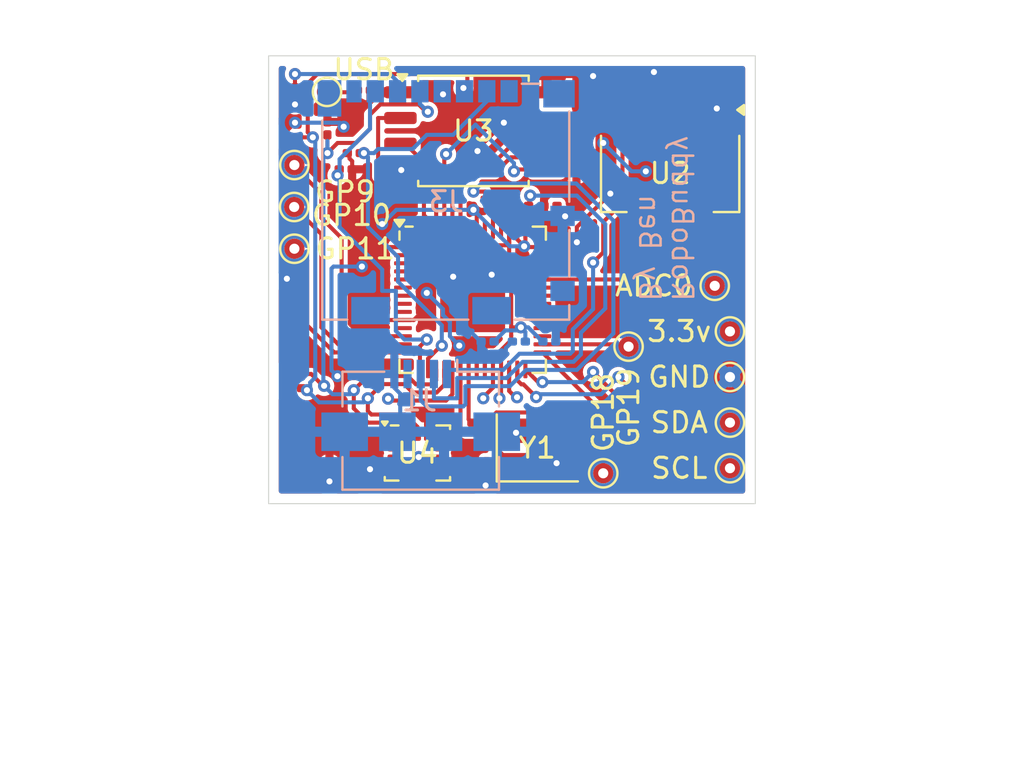
<source format=kicad_pcb>
(kicad_pcb (version 20240108) (generator "pcbnew") (generator_version "8.0")
  (layers (0 "F.Cu" signal) (31 "B.Cu" signal) (34 "B.Paste" user) (35 "F.Paste" user) (36 "B.SilkS" user "B.Silkscreen") (37 "F.SilkS" user "F.Silkscreen") (38 "B.Mask" user) (39 "F.Mask" user) (44 "Edge.Cuts" user))
  (net 0 "")
  (net 1 "VBUS")
  (net 2 "GND")
  (net 3 "+3.3V")
  (net 4 "+1V1")
  (net 5 "/XIN")
  (net 6 "Net-(C13-Pad2)")
  (net 7 "Net-(J3-VSS)")
  (net 8 "/USB_D+")
  (net 9 "/USB_D-")
  (net 11 "/MISO_SD")
  (net 12 "/SCL_GRYO{slash}MOSI_SD")
  (net 14 "/SDA_GYRO{slash}SCK_SD")
  (net 15 "/CS_SD")
  (net 17 "/Pad")
  (net 18 "/XOUT")
  (net 19 "Net-(U1-USB_DP)")
  (net 20 "Net-(U1-USB_DM)")
  (net 21 "/QSPI_SD0")
  (net 24 "/SCL_OLED")
  (net 32 "/speaker")
  (net 33 "/QSPI_SD2")
  (net 35 "/QSPI_SD3")
  (net 40 "/SDA_OLED")
  (net 43 "/QSPI_SCLK")
  (net 46 "/QSPI_SD1")
  (net 52 "/SWCLK")
  (net 53 "/GPIO_18")
  (net 54 "/SWD")
  (net 55 "/GPIO_9")
  (net 56 "/GPIO_19")
  (net 57 "/GPIO_26_ADC0")
  (net 58 "/TESTEN")
  (net 59 "/RUN")
  (net 60 "/GPIO_10")
  (footprint "Capacitor_SMD:C_0201_0603Metric" (layer "F.Cu") (at 141 98.3 90)
    (property "Reference" "C15" (hide yes))
    (property "Value" "100n")
  )
  (footprint "TestPoint:TestPoint_THTPad_D1.0mm_Drill0.5mm" (layer "F.Cu") (at 137.26 84.86 180)
    (property "Reference" "GP10")
    (property "Value" "TestPoint_THTPad_D1.0mm_Drill0.5mm")
  )
  (footprint "Capacitor_SMD:C_0201_0603Metric" (layer "F.Cu") (at 151.5 80.7)
    (property "Reference" "C7" (hide yes))
    (property "Value" "100n")
  )
  (footprint "Resistor_SMD:R_0201_0603Metric" (layer "F.Cu") (at 140.7 79.1)
    (property "Reference" "R1" (hide yes))
    (property "Value" "1k")
  )
  (footprint "Resistor_SMD:R_0201_0603Metric" (layer "F.Cu") (at 146.345 95.5 180)
    (property "Reference" "R2" (hide yes))
    (property "Value" "1k")
  )
  (footprint "TestPoint:TestPoint_THTPad_D1.0mm_Drill0.5mm" (layer "F.Cu") (at 158.75 95.5)
    (property "Reference" "SDA")
    (property "Value" "TestPoint_THTPad_D1.0mm_Drill0.5mm")
  )
  (footprint "Resistor_SMD:R_0201_0603Metric" (layer "F.Cu") (at 137.3 93.8)
    (property "Reference" "R6" (hide yes))
    (property "Value" "10k")
  )
  (footprint "Resistor_SMD:R_0201_0603Metric" (layer "F.Cu") (at 148.5 84.8 180)
    (property "Reference" "R4" (hide yes))
    (property "Value" "27.4")
  )
  (footprint "Capacitor_SMD:C_0201_0603Metric" (layer "F.Cu") (at 137.3 79.3 90)
    (property "Reference" "C16" (hide yes))
    (property "Value" "100n")
  )
  (footprint "Resistor_SMD:R_0201_0603Metric" (layer "F.Cu") (at 140.2 82.2 180)
    (property "Reference" "R9" (hide yes))
    (property "Value" "10k")
  )
  (footprint "TestPoint:TestPoint_THTPad_D1.0mm_Drill0.5mm" (layer "F.Cu") (at 153.75 91.75 90)
    (property "Reference" "GP19")
    (property "Value" "TestPoint_THTPad_D1.0mm_Drill0.5mm")
  )
  (footprint "Resistor_SMD:R_0201_0603Metric" (layer "F.Cu") (at 137.155 81.4 180)
    (property "Reference" "R8" (hide yes))
    (property "Value" "10k")
  )
  (footprint "Capacitor_SMD:C_0201_0603Metric" (layer "F.Cu") (at 151.5 83.2)
    (property "Reference" "C8" (hide yes))
    (property "Value" "100n")
  )
  (footprint "TestPoint:TestPoint_THTPad_D1.0mm_Drill0.5mm" (layer "F.Cu") (at 137.27 86.92 180)
    (property "Reference" "GP11")
    (property "Value" "TestPoint_THTPad_D1.0mm_Drill0.5mm")
  )
  (footprint "TestPoint:TestPoint_THTPad_D1.0mm_Drill0.5mm" (layer "F.Cu") (at 158.75 93.25)
    (property "Reference" "GND")
    (property "Value" "TestPoint_THTPad_D1.0mm_Drill0.5mm")
  )
  (footprint "Resistor_SMD:R_0201_0603Metric" (layer "F.Cu") (at 137.3 93.1 180)
    (property "Reference" "R5" (hide yes))
    (property "Value" "10k")
  )
  (footprint "Package_DFN_QFN:QFN-56-1EP_7x7mm_P0.4mm_EP3.2x3.2mm" (layer "F.Cu") (at 146.0625 89.4375)
    (property "Reference" "U1" (hide yes))
    (property "Value" "RP2040")
  )
  (footprint "Resistor_SMD:R_0201_0603Metric" (layer "F.Cu") (at 138.9 80.98 90)
    (property "Reference" "R7" (hide yes))
    (property "Value" "10k")
  )
  (footprint "Capacitor_SMD:C_0201_0603Metric" (layer "F.Cu") (at 151.5 79.1)
    (property "Reference" "C5" (hide yes))
    (property "Value" "100n")
  )
  (footprint "Capacitor_SMD:C_0201_0603Metric" (layer "F.Cu") (at 151.75 96 90)
    (property "Reference" "C13" (hide yes))
    (property "Value" "15p")
  )
  (footprint "TestPoint:TestPoint_THTPad_D1.0mm_Drill0.5mm" (layer "F.Cu") (at 158.75 91)
    (property "Reference" "3.3v")
    (property "Value" "TestPoint_THTPad_D1.0mm_Drill0.5mm")
  )
  (footprint "Capacitor_SMD:C_0201_0603Metric" (layer "F.Cu") (at 149.9 84.8)
    (property "Reference" "C3" (hide yes))
    (property "Value" "1u")
  )
  (footprint "Resistor_SMD:R_0201_0603Metric" (layer "F.Cu") (at 147 84.5)
    (property "Reference" "R3" (hide yes))
    (property "Value" "27.4")
  )
  (footprint "Crystal:Crystal_SMD_3225-4Pin_3.2x2.5mm" (layer "F.Cu") (at 149.25 96.75)
    (property "Reference" "Y1")
    (property "Value" "ABM8-272-T3")
  )
  (footprint "TestPoint:TestPoint_THTPad_D1.0mm_Drill0.5mm" (layer "F.Cu") (at 158.75 97.75)
    (property "Reference" "SCL")
    (property "Value" "TestPoint_THTPad_D1.0mm_Drill0.5mm")
  )
  (footprint "Package_SO:SOIC-8_5.23x5.23mm_P1.27mm" (layer "F.Cu") (at 146.1 81.105)
    (property "Reference" "U3")
    (property "Value" "W25Q128JVS")
  )
  (footprint "Capacitor_SMD:C_0201_0603Metric" (layer "F.Cu") (at 146.75 97.75 90)
    (property "Reference" "C12" (hide yes))
    (property "Value" "15p")
  )
  (footprint "Capacitor_SMD:C_0201_0603Metric" (layer "F.Cu") (at 153.8 78.3)
    (property "Reference" "C1" (hide yes))
    (property "Value" "10u")
  )
  (footprint "Package_LGA:LGA-14_3x2.5mm_P0.5mm_LayoutBorder3x4y" (layer "F.Cu") (at 143.3375 97)
    (property "Reference" "U4")
    (property "Value" "LSM6DS3")
  )
  (footprint "TestPoint:TestPoint_THTPad_D1.0mm_Drill0.5mm" (layer "F.Cu") (at 137.27 82.79 180)
    (property "Reference" "GP9")
    (property "Value" "TestPoint_THTPad_D1.0mm_Drill0.5mm")
  )
  (footprint "Resistor_SMD:R_0201_0603Metric" (layer "F.Cu") (at 139.8 83)
    (property "Reference" "R10" (hide yes))
    (property "Value" "10k")
  )
  (footprint "Capacitor_SMD:C_0201_0603Metric" (layer "F.Cu") (at 151.5 79.9)
    (property "Reference" "C6" (hide yes))
    (property "Value" "100n")
  )
  (footprint "Capacitor_SMD:C_0201_0603Metric" (layer "F.Cu") (at 139 97.92 90)
    (property "Reference" "C14" (hide yes))
    (property "Value" "100n")
  )
  (footprint "Capacitor_SMD:C_0201_0603Metric" (layer "F.Cu") (at 151.5 78.3)
    (property "Reference" "C11" (hide yes))
    (property "Value" "100n")
  )
  (footprint "Package_TO_SOT_SMD:SOT-223-3_TabPin2" (layer "F.Cu") (at 155.8 83.2 -90)
    (property "Reference" "U2")
    (property "Value" "NCP1117-3.3_SOT223")
  )
  (footprint "TestPoint:TestPoint_THTPad_D1.0mm_Drill0.5mm" (layer "F.Cu") (at 152.5 98 -90)
    (property "Reference" "GP18")
    (property "Value" "TestPoint_THTPad_D1.0mm_Drill0.5mm")
  )
  (footprint "TestPoint:TestPoint_THTPad_D1.0mm_Drill0.5mm" (layer "F.Cu") (at 158 88.75)
    (property "Reference" "ADC0")
    (property "Value" "TestPoint_THTPad_D1.0mm_Drill0.5mm")
  )
  (footprint "TestPoint:TestPoint_Pad_D1.0mm" (layer "F.Cu") (at 138.88 79.18)
    (property "Reference" "USB")
    (property "Value" "TestPoint_Pad_D1.0mm")
  )
  (footprint "Capacitor_SMD:C_0201_0603Metric" (layer "F.Cu") (at 157 78.3)
    (property "Reference" "C2" (hide yes))
    (property "Value" "10u")
  )
  (footprint "Capacitor_SMD:C_0201_0603Metric" (layer "B.Cu") (at 148.34 91.5 180)
    (property "Reference" "C9" (hide yes))
    (property "Value" "100n")
  )
  (footprint "Capacitor_SMD:C_0201_0603Metric" (layer "B.Cu") (at 146.8 91.5 180)
    (property "Reference" "C4" (hide yes))
    (property "Value" "1u")
  )
  (footprint "Connector_USB:USB_Micro-B_Amphenol_10104110_Horizontal" (layer "B.Cu") (at 143.5 94.65 180)
    (property "Reference" "J1")
    (property "Value" "USB_B_Micro")
  )
  (footprint "Capacitor_SMD:C_0201_0603Metric" (layer "B.Cu") (at 149.845 91.5)
    (property "Reference" "C10" (hide yes))
    (property "Value" "100n")
  )
  (footprint "Connector_Card:microSD_HC_Molex_104031-0811" (layer "B.Cu") (at 144.755 84.6 180)
    (property "Reference" "J3")
    (property "Value" "Micro_SD_Card")
  )
  (gr_rect (start 136 77.4) (end 160 99.5) (stroke (width 0.05)) (fill none) (layer "Edge.Cuts"))
  (gr_text "RoboBuddy\nBy Ben" (at 154.2 89.6 270) (layer "B.SilkS") (effects (font (size 1 1) (thickness 0.125)) (justify left bottom mirror)))
  (segment (start 153.48 78.2) (end 153.48 80.02) (width 0.2) (layer "F.Cu") (net 1))
  (segment (start 153.48 80.02) (end 153.45 80.05) (width 0.2) (layer "F.Cu") (net 1))
  (segment (start 152.5 87.1) (end 152.5 85.6) (width 0.2) (layer "F.Cu") (net 1))
  (segment (start 152.5 85.6) (end 153.45 84.65) (width 0.2) (layer "F.Cu") (net 1))
  (segment (start 152 87.6) (end 152.5 87.1) (width 0.2) (layer "F.Cu") (net 1))
  (segment (start 153.45 84.65) (end 153.45 80.05) (width 0.2) (layer "F.Cu") (net 1))
  (via (at 152 87.6) (size 0.6) (drill 0.3) (layers "F.Cu" "B.Cu") (net 1))
  (segment (start 150.868628 92.1) (end 148.368628 92.1) (width 0.2) (layer "B.Cu") (net 1))
  (segment (start 148.368628 92.1) (end 147.568628 92.9) (width 0.2) (layer "B.Cu") (net 1))
  (segment (start 151 91.968628) (end 150.868628 92.1) (width 0.2) (layer "B.Cu") (net 1))
  (segment (start 151 90.9) (end 151 91.968628) (width 0.2) (layer "B.Cu") (net 1))
  (segment (start 147.568628 92.9) (end 144.8 92.9) (width 0.2) (layer "B.Cu") (net 1))
  (segment (start 152 87.6) (end 152 89.9) (width 0.2) (layer "B.Cu") (net 1))
  (segment (start 152 89.9) (end 151 90.9) (width 0.2) (layer "B.Cu") (net 1))
  (segment (start 151.2 85.85) (end 151.2 86.6) (width 0.2) (layer "F.Cu") (net 2))
  (segment (start 151.82 78.3) (end 151.9 78.3) (width 0.2) (layer "F.Cu") (net 2))
  (segment (start 150.45 97.6) (end 150.2 97.5) (width 0.2) (layer "F.Cu") (net 2))
  (segment (start 141 97.98) (end 141 97.8) (width 0.2) (layer "F.Cu") (net 2))
  (segment (start 151.9 78.3) (end 152 78.4) (width 0.2) (layer "F.Cu") (net 2))
  (segment (start 158.05 79.85) (end 157.32 79.12) (width 0.2) (layer "F.Cu") (net 2))
  (segment (start 143.55 97.25) (end 143.4 97.1) (width 0.2) (layer "F.Cu") (net 2))
  (segment (start 154.12 78.2) (end 155 78.2) (width 0.2) (layer "F.Cu") (net 2))
  (segment (start 150.22 84.8) (end 150.22 84.92) (width 0.2) (layer "F.Cu") (net 2))
  (segment (start 141 97.8) (end 140.95 97.75) (width 0.2) (layer "F.Cu") (net 2))
  (segment (start 143.4 97.1) (end 143.8375 97.5375) (width 0.2) (layer "F.Cu") (net 2))
  (segment (start 144.5 97.25) (end 143.55 97.25) (width 0.2) (layer "F.Cu") (net 2))
  (segment (start 151.82 78.58) (end 152 78.4) (width 0.2) (layer "F.Cu") (net 2))
  (segment (start 146.3 82) (end 147.6 80.7) (width 0.2) (layer "F.Cu") (net 2))
  (segment (start 146.3 82.1) (end 146.3 82) (width 0.2) (layer "F.Cu") (net 2))
  (segment (start 152.85 84.2) (end 151.2 85.85) (width 0.2) (layer "F.Cu") (net 2))
  (segment (start 150.47 97.6) (end 150.45 97.6) (width 0.2) (layer "F.Cu") (net 2))
  (segment (start 142.175 97.75) (end 141 97.8) (width 0.2) (layer "F.Cu") (net 2))
  (segment (start 143.8375 97.5375) (end 143.8375 97.9125) (width 0.2) (layer "F.Cu") (net 2))
  (segment (start 150.2 97.5) (end 150.25 97.6) (width 0.2) (layer "F.Cu") (net 2))
  (segment (start 146.75 98.55) (end 146.7 98.6) (width 0.2) (layer "F.Cu") (net 2))
  (segment (start 143.3375 97.1625) (end 143.4 97.1) (width 0.2) (layer "F.Cu") (net 2))
  (segment (start 143.4 97.2) (end 143.3375 97.1625) (width 0.2) (layer "F.Cu") (net 2))
  (segment (start 151.82 79.1) (end 151.82 79.9) (width 0.2) (layer "F.Cu") (net 2))
  (segment (start 151.82 80.7) (end 151.82 83.2) (width 0.2) (layer "F.Cu") (net 2))
  (segment (start 157.32 79.12) (end 157.32 78.25) (width 0.2) (layer "F.Cu") (net 2))
  (segment (start 143.3375 97.9125) (end 143.4 97.2) (width 0.2) (layer "F.Cu") (net 2))
  (segment (start 158.1 80) (end 158.05 79.85) (width 0.2) (layer "F.Cu") (net 2))
  (segment (start 151.82 79.1) (end 151.82 78.58) (width 0.2) (layer "F.Cu") (net 2))
  (segment (start 146.75 98.07) (end 146.75 98.55) (width 0.2) (layer "F.Cu") (net 2))
  (segment (start 151.82 79.9) (end 151.82 80.7) (width 0.2) (layer "F.Cu") (net 2))
  (segment (start 139 98.24) (end 139 98.4) (width 0.2) (layer "F.Cu") (net 2))
  (segment (start 150.22 84.92) (end 150.62 85.32) (width 0.2) (layer "F.Cu") (net 2))
  (segment (start 151.75 96.32) (end 150.47 97.6) (width 0.2) (layer "F.Cu") (net 2))
  (segment (start 150.25 97.6) (end 150.35 97.6) (width 0.2) (layer "F.Cu") (net 2))
  (segment (start 158.05 80.05) (end 158.1 80) (width 0.2) (layer "F.Cu") (net 2))
  (via (at 147 88.2) (size 0.6) (drill 0.3) (layers "F.Cu" "B.Cu") (net 2))
  (via (at 146.7 98.6) (size 0.6) (drill 0.3) (layers "F.Cu" "B.Cu") (net 2))
  (via (at 136.9 88.4) (size 0.6) (drill 0.3) (layers "F.Cu" "B.Cu") (net 2))
  (via (at 147.6 80.7) (size 0.6) (drill 0.3) (layers "F.Cu" "B.Cu") (net 2))
  (via (at 137.3 79.8) (size 0.6) (drill 0.3) (layers "F.Cu" "B.Cu") (net 2))
  (via (at 142.541071 83.037651) (size 0.6) (drill 0.3) (layers "F.Cu" "B.Cu") (net 2))
  (via (at 146.3 82.1) (size 0.6) (drill 0.3) (layers "F.Cu" "B.Cu") (net 2))
  (via (at 152 78.4) (size 0.6) (drill 0.3) (layers "F.Cu" "B.Cu") (net 2))
  (via (at 152.85 84.2) (size 0.6) (drill 0.3) (layers "F.Cu" "B.Cu") (net 2))
  (via (at 143.4 97.2) (size 0.6) (drill 0.3) (layers "F.Cu" "B.Cu") (net 2))
  (via (at 145.1 88.3) (size 0.6) (drill 0.3) (layers "F.Cu" "B.Cu") (net 2))
  (via (at 151.2 86.6) (size 0.6) (drill 0.3) (layers "F.Cu" "B.Cu") (net 2))
  (via (at 150.62 85.32) (size 0.6) (drill 0.3) (layers "F.Cu" "B.Cu") (net 2))
  (via (at 158.1 80) (size 0.6) (drill 0.3) (layers "F.Cu" "B.Cu") (net 2))
  (via (at 150.2 97.5) (size 0.6) (drill 0.3) (layers "F.Cu" "B.Cu") (net 2))
  (via (at 139 98.4) (size 0.6) (drill 0.3) (layers "F.Cu" "B.Cu") (net 2))
  (via (at 155 78.2) (size 0.6) (drill 0.3) (layers "F.Cu" "B.Cu") (net 2))
  (via (at 148.2 96) (size 0.6) (drill 0.3) (layers "F.Cu" "B.Cu") (net 2))
  (via (at 141 97.8) (size 0.6) (drill 0.3) (layers "F.Cu" "B.Cu") (net 2))
  (segment (start 150.62 85.32) (end 150.515 85.32) (width 0.2) (layer "B.Cu") (net 2))
  (segment (start 142.49 94.071471) (end 142.2 93.781471) (width 0.2) (layer "B.Cu") (net 2))
  (segment (start 146.48 91.699999) (end 146.880001 92.1) (width 0.2) (layer "B.Cu") (net 2))
  (segment (start 142.49 95.81) (end 142.49 94.071471) (width 0.2) (layer "B.Cu") (net 2))
  (segment (start 147.7 91.82) (end 148.02 91.5) (width 0.2) (layer "B.Cu") (net 2))
  (segment (start 150.515 85.32) (end 150.495 85.3) (width 0.2) (layer "B.Cu") (net 2))
  (segment (start 145.6 89.8) (end 145.1 89.3) (width 0.2) (layer "B.Cu") (net 2))
  (segment (start 145.6 90.65) (end 145.6 89.8) (width 0.2) (layer "B.Cu") (net 2))
  (segment (start 150.165 91.5) (end 150.165 90.565) (width 0.2) (layer "B.Cu") (net 2))
  (segment (start 146.48 91.5) (end 146.45 91.5) (width 0.2) (layer "B.Cu") (net 2))
  (segment (start 142.2 93.781471) (end 142.2 93.1) (width 0.2) (layer "B.Cu") (net 2))
  (segment (start 142.35 95.95) (end 142.49 95.81) (width 0.2) (layer "B.Cu") (net 2))
  (segment (start 146.880001 92.1) (end 147.7 92.1) (width 0.2) (layer "B.Cu") (net 2))
  (segment (start 146.45 91.5) (end 145.6 90.65) (width 0.2) (layer "B.Cu") (net 2))
  (segment (start 136.6 80.5) (end 137.3 79.8) (width 0.2) (layer "B.Cu") (net 2))
  (segment (start 150.165 90.565) (end 150 90.4) (width 0.2) (layer "B.Cu") (net 2))
  (segment (start 136.9 88.4) (end 136.6 88.1) (width 0.2) (layer "B.Cu") (net 2))
  (segment (start 147.7 92.1) (end 147.7 91.82) (width 0.2) (layer "B.Cu") (net 2))
  (segment (start 146.48 91.5) (end 146.48 91.699999) (width 0.2) (layer "B.Cu") (net 2))
  (segment (start 136.6 88.1) (end 136.6 80.5) (width 0.2) (layer "B.Cu") (net 2))
  (segment (start 139.88 82.2) (end 139.88 82.28) (width 0.2) (layer "F.Cu") (net 3))
  (segment (start 141.538629 79.2) (end 142.5 79.2) (width 0.2) (layer "F.Cu") (net 3))
  (segment (start 136.98 94.88) (end 136.98 93.8) (width 0.2) (layer "F.Cu") (net 3))
  (segment (start 139.99 82.39) (end 139.99 82.468456) (width 0.2) (layer "F.Cu") (net 3))
  (segment (start 151.18 83.2) (end 150.950552 83.2) (width 0.2) (layer "F.Cu") (net 3))
  (segment (start 141 98.62) (end 141.72 98.62) (width 0.2) (layer "F.Cu") (net 3))
  (segment (start 148.6625 86) (end 149.2 86) (width 0.2) (layer "F.Cu") (net 3))
  (segment (start 143.8 89.79636) (end 143.15886 90.4375) (width 0.2) (layer "F.Cu") (net 3))
  (segment (start 141 98.62) (end 140.5 98.62) (width 0.2) (layer "F.Cu") (net 3))
  (segment (start 151.5 84.1) (end 151.18 83.78) (width 0.2) (layer "F.Cu") (net 3))
  (segment (start 143.8375 96.0875) (end 143.837501 95.775) (width 0.2) (layer "F.Cu") (net 3))
  (segment (start 144.887932 95.775) (end 145.6 96.487068) (width 0.2) (layer "F.Cu") (net 3))
  (segment (start 151.18 79.1) (end 149.8 79.1) (width 0.2) (layer "F.Cu") (net 3))
  (segment (start 137 94.9) (end 136.98 94.88) (width 0.2) (layer "F.Cu") (net 3))
  (segment (start 146.1 84.8) (end 146.1 84.8) (width 0.2) (layer "F.Cu") (net 3))
  (segment (start 143.2625 85.8) (end 142.6 85.8) (width 0.2) (layer "F.Cu") (net 3))
  (segment (start 142.625 86.8375) (end 141.8375 86.8375) (width 0.2) (layer "F.Cu") (net 3))
  (segment (start 144.5 79.2) (end 144.6 79.3) (width 0.2) (layer "F.Cu") (net 3))
  (segment (start 149.58 84.8) (end 149.58 85.38) (width 0.2) (layer "F.Cu") (net 3))
  (segment (start 145.787046 91.7) (end 145.4 91.7) (width 0.2) (layer "F.Cu") (net 3))
  (segment (start 143.4625 86) (end 143.2625 85.8) (width 0.2) (layer "F.Cu") (net 3))
  (segment (start 142.8375 98.7625) (end 142.8375 97.9125) (width 0.2) (layer "F.Cu") (net 3))
  (segment (start 141.8375 86.8375) (end 141.4 86.4) (width 0.2) (layer "F.Cu") (net 3))
  (segment (start 149.8 79.1) (end 149.7 79.2) (width 0.2) (layer "F.Cu") (net 3))
  (segment (start 143.15886 90.4375) (end 142.625 90.4375) (width 0.2) (layer "F.Cu") (net 3))
  (segment (start 146.6625 86) (end 146.2625 86) (width 0.2) (layer "F.Cu") (net 3))
  (segment (start 137.1 92.1) (end 136.98 92.22) (width 0.2) (layer "F.Cu") (net 3))
  (segment (start 139.391422 93.208578) (end 139.408578 93.208578) (width 0.2) (layer "F.Cu") (net 3))
  (segment (start 148.6625 86) (end 148.6625 86.7375) (width 0.2) (layer "F.Cu") (net 3))
  (segment (start 143.8 89.1) (end 143.8 89.79636) (width 0.2) (layer "F.Cu") (net 3))
  (segment (start 140.6 80.138629) (end 141.538629 79.2) (width 0.2) (layer "F.Cu") (net 3))
  (segment (start 152.5 83.701471) (end 152.101471 84.1) (width 0.2) (layer "F.Cu") (net 3))
  (segment (start 148.2625 86) (end 148.6625 86) (width 0.2) (layer "F.Cu") (net 3))
  (segment (start 148.2625 86) (end 148.2625 86.4625) (width 0.2) (layer "F.Cu") (net 3))
  (segment (start 146.1 85) (end 146.1 84.8) (width 0.2) (layer "F.Cu") (net 3))
  (segment (start 149.58 84.570552) (end 149.58 84.8) (width 0.2) (layer "F.Cu") (net 3))
  (segment (start 145.6 96.487068) (end 145.6 97.1) (width 0.2) (layer "F.Cu") (net 3))
  (segment (start 149.5 90.4375) (end 150.6375 90.4375) (width 0.2) (layer "F.Cu") (net 3))
  (segment (start 142.625 90.4375) (end 141.6375 90.4375) (width 0.2) (layer "F.Cu") (net 3))
  (segment (start 139.579999 80.66) (end 138.9 80.66) (width 0.2) (layer "F.Cu") (net 3))
  (segment (start 140.351471 80.748529) (end 140.6 80.5) (width 0.2) (layer "F.Cu") (net 3))
  (segment (start 141.6375 90.4375) (end 141.6 90.4) (width 0.2) (layer "F.Cu") (net 3))
  (segment (start 148.2625 86.4625) (end 148.6 86.8) (width 0.2) (layer "F.Cu") (net 3))
  (segment (start 144.5 97.75) (end 144.5 98.7) (width 0.2) (layer "F.Cu") (net 3))
  (segment (start 142.5 79.2) (end 144.5 79.2) (width 0.2) (layer "F.Cu") (net 3))
  (segment (start 136.98 92.22) (end 136.98 93.8) (width 0.2) (layer "F.Cu") (net 3))
  (segment (start 139.7 80.9) (end 139.851471 80.748529) (width 0.2) (layer "F.Cu") (net 3))
  (segment (start 150.950552 83.2) (end 149.58 84.570552) (width 0.2) (layer "F.Cu") (net 3))
  (segment (start 149.2 86) (end 149.4 85.8) (width 0.2) (layer "F.Cu") (net 3))
  (segment (start 141.2 79.1) (end 141.438629 79.1) (width 0.2) (layer "F.Cu") (net 3))
  (segment (start 143.837501 95.775) (end 144.887932 95.775) (width 0.2) (layer "F.Cu") (net 3))
  (segment (start 151.18 83.78) (end 151.18 83.2) (width 0.2) (layer "F.Cu") (net 3))
  (segment (start 146.1 85) (end 146.2625 85.1625) (width 0.2) (layer "F.Cu") (net 3))
  (segment (start 146.2625 85.1625) (end 146.2625 86) (width 0.2) (layer "F.Cu") (net 3))
  (segment (start 151.18 80.7) (end 151.2 80.72) (width 0.2) (layer "F.Cu") (net 3))
  (segment (start 151.2 80.72) (end 151.2 83.18) (width 0.2) (layer "F.Cu") (net 3))
  (segment (start 140.12 83) (end 140.12 84.1) (width 0.2) (layer "F.Cu") (net 3))
  (segment (start 141.72 98.62) (end 141.9 98.8) (width 0.2) (layer "F.Cu") (net 3))
  (segment (start 149.4 85.8) (end 149.7 85.5) (width 0.2) (layer "F.Cu") (net 3))
  (segment (start 149.58 85.38) (end 149.7 85.5) (width 0.2) (layer "F.Cu") (net 3))
  (segment (start 136.835 81.165) (end 136.835 81.4) (width 0.2) (layer "F.Cu") (net 3))
  (segment (start 152.5 81.7) (end 152.5 83.701471) (width 0.2) (layer "F.Cu") (net 3))
  (segment (start 148.6375 86.8375) (end 148.6 86.8) (width 0.2) (layer "F.Cu") (net 3))
  (segment (start 139.99 82.468456) (end 140.12 82.598456) (width 0.2) (layer "F.Cu") (net 3))
  (segment (start 139.7 80.780001) (end 139.579999 80.66) (width 0.2) (layer "F.Cu") (net 3))
  (segment (start 151.2 83.18) (end 151.18 83.2) (width 0.2) (layer "F.Cu") (net 3))
  (segment (start 150.6375 90.4375) (end 150.7 90.5) (width 0.2) (layer "F.Cu") (net 3))
  (segment (start 139.851471 80.748529) (end 140.351471 80.748529) (width 0.2) (layer "F.Cu") (net 3))
  (segment (start 151.18 79.9) (end 151.18 79.1) (width 0.2) (layer "F.Cu") (net 3))
  (segment (start 149.5 86.8375) (end 149.4 86.7375) (width 0.2) (layer "F.Cu") (net 3))
  (segment (start 146.2625 92.875) (end 146.2625 92.175454) (width 0.2) (layer "F.Cu") (net 3))
  (segment (start 141.438629 79.1) (end 141.538629 79.2) (width 0.2) (layer "F.Cu") (net 3))
  (segment (start 151.18 78.3) (end 151.18 79.1) (width 0.2) (layer "F.Cu") (net 3))
  (segment (start 142.8 98.8) (end 142.8375 98.7625) (width 0.2) (layer "F.Cu") (net 3))
  (segment (start 140.12 82.598456) (end 140.12 83) (width 0.2) (layer "F.Cu") (net 3))
  (segment (start 155.75 80.05) (end 155.75 86.35) (width 0.2) (layer "F.Cu") (net 3))
  (segment (start 139.7 80.9) (end 139.7 80.780001) (width 0.2) (layer "F.Cu") (net 3))
  (segment (start 149.4 86.7375) (end 149.4 85.8) (width 0.2) (layer "F.Cu") (net 3))
  (segment (start 146.2625 92.175454) (end 145.787046 91.7) (width 0.2) (layer "F.Cu") (net 3))
  (segment (start 140.6 80.5) (end 140.6 80.138629) (width 0.2) (layer "F.Cu") (net 3))
  (segment (start 148.6625 86.7375) (end 148.6 86.8) (width 0.2) (layer "F.Cu") (net 3))
  (segment (start 139.88 82.28) (end 139.99 82.39) (width 0.2) (layer "F.Cu") (net 3))
  (segment (start 151.18 80.7) (end 151.18 79.9) (width 0.2) (layer "F.Cu") (net 3))
  (segment (start 149.5 86.8375) (end 148.6375 86.8375) (width 0.2) (layer "F.Cu") (net 3))
  (segment (start 137.3 80.7) (end 136.835 81.165) (width 0.2) (layer "F.Cu") (net 3))
  (segment (start 152.101471 84.1) (end 151.5 84.1) (width 0.2) (layer "F.Cu") (net 3))
  (via (at 152.5 81.7) (size 0.6) (drill 0.3) (layers "F.Cu" "B.Cu") (net 3))
  (via (at 154.6 83.1) (size 0.6) (drill 0.3) (layers "F.Cu" "B.Cu") (net 3))
  (via (at 137.3 80.7) (size 0.6) (drill 0.3) (layers "F.Cu" "B.Cu") (net 3))
  (via (at 141.6 85.7) (size 0.6) (drill 0.3) (layers "F.Cu" "B.Cu") (net 3))
  (via (at 144.6 79.3) (size 0.6) (drill 0.3) (layers "F.Cu" "B.Cu") (net 3))
  (via (at 139.7 80.9) (size 0.6) (drill 0.3) (layers "F.Cu" "B.Cu") (net 3))
  (via (at 148.6 86.8) (size 0.6) (drill 0.3) (layers "F.Cu" "B.Cu") (net 3))
  (via (at 146.1 85) (size 0.6) (drill 0.3) (layers "F.Cu" "B.Cu") (net 3))
  (via (at 143.8 89.1) (size 0.6) (drill 0.3) (layers "F.Cu" "B.Cu") (net 3))
  (via (at 139.391422 93.208578) (size 0.6) (drill 0.3) (layers "F.Cu" "B.Cu") (net 3))
  (via (at 140.6 87.8) (size 0.6) (drill 0.3) (layers "F.Cu" "B.Cu") (net 3))
  (via (at 145.4 91.7) (size 0.6) (drill 0.3) (layers "F.Cu" "B.Cu") (net 3))
  (segment (start 153.9 83.1) (end 154.6 83.1) (width 0.2) (layer "B.Cu") (net 3))
  (segment (start 139.7 80.9) (end 139.5 80.7) (width 0.2) (layer "B.Cu") (net 3))
  (segment (start 144.6 90.193629) (end 144.940159 90.533788) (width 0.2) (layer "B.Cu") (net 3))
  (segment (start 139.391422 93.208578) (end 139.1 92.917156) (width 0.2) (layer "B.Cu") (net 3))
  (segment (start 142.3 85) (end 141.6 85.7) (width 0.2) (layer "B.Cu") (net 3))
  (segment (start 152.5 81.7) (end 153.9 83.1) (width 0.2) (layer "B.Cu") (net 3))
  (segment (start 139.5 80.7) (end 137.3 80.7) (width 0.2) (layer "B.Cu") (net 3))
  (segment (start 144.940159 90.533788) (end 144.940159 91.240159) (width 0.2) (layer "B.Cu") (net 3))
  (segment (start 139.1 92.917156) (end 139.1 87.9) (width 0.2) (layer "B.Cu") (net 3))
  (segment (start 144.940159 91.240159) (end 145.4 91.7) (width 0.2) (layer "B.Cu") (net 3))
  (segment (start 146.1 85) (end 147.9 86.8) (width 0.2) (layer "B.Cu") (net 3))
  (segment (start 143.8 89.1) (end 144.6 89.9) (width 0.2) (layer "B.Cu") (net 3))
  (segment (start 139.1 87.9) (end 139.2 87.8) (width 0.2) (layer "B.Cu") (net 3))
  (segment (start 144.6 89.9) (end 144.6 90.193629) (width 0.2) (layer "B.Cu") (net 3))
  (segment (start 139.2 87.8) (end 140.6 87.8) (width 0.2) (layer "B.Cu") (net 3))
  (segment (start 147.9 86.8) (end 148.6 86.8) (width 0.2) (layer "B.Cu") (net 3))
  (segment (start 146.1 85) (end 142.3 85) (width 0.2) (layer "B.Cu") (net 3))
  (segment (start 147.8625 87.4375) (end 147.9625 87.5375) (width 0.2) (layer "F.Cu") (net 4))
  (segment (start 147.25 92.1375) (end 146.86614 92.1375) (width 0.2) (layer "F.Cu") (net 4))
  (segment (start 145.8625 86) (end 145.8625 86.6125) (width 0.2) (layer "F.Cu") (net 4))
  (segment (start 147.9625 90.8) (end 147.9625 91.2) (width 0.2) (layer "F.Cu") (net 4))
  (segment (start 147.8625 86.6375) (end 147.8625 86) (width 0.2) (layer "F.Cu") (net 4))
  (segment (start 148.44 90.8) (end 147.9625 90.8) (width 0.2) (layer "F.Cu") (net 4))
  (segment (start 147.9625 91.2) (end 147.9625 91.425) (width 0.2) (layer "F.Cu") (net 4))
  (segment (start 146.86614 92.1375) (end 146.6625 92.34114) (width 0.2) (layer "F.Cu") (net 4))
  (segment (start 147.75 86.75) (end 147.8625 86.6375) (width 0.2) (layer "F.Cu") (net 4))
  (segment (start 147.8625 86) (end 147.8625 87.4375) (width 0.2) (layer "F.Cu") (net 4))
  (segment (start 145.8625 86.6125) (end 146 86.75) (width 0.2) (layer "F.Cu") (net 4))
  (segment (start 146 86.75) (end 147.75 86.75) (width 0.2) (layer "F.Cu") (net 4))
  (segment (start 146.6625 92.34114) (end 146.6625 92.875) (width 0.2) (layer "F.Cu") (net 4))
  (segment (start 147.9625 87.5375) (end 147.9625 90.8) (width 0.2) (layer "F.Cu") (net 4))
  (segment (start 147.9625 91.425) (end 147.25 92.1375) (width 0.2) (layer "F.Cu") (net 4))
  (via (at 148.44 90.8) (size 0.6) (drill 0.3) (layers "F.Cu" "B.Cu") (net 4))
  (segment (start 148.66 91.02) (end 148.66 91.5) (width 0.2) (layer "B.Cu") (net 4))
  (segment (start 148.44 90.8) (end 148.8 90.8) (width 0.2) (layer "B.Cu") (net 4))
  (segment (start 147.67 90.95) (end 147.12 91.5) (width 0.2) (layer "B.Cu") (net 4))
  (segment (start 148.44 90.8) (end 148.29 90.95) (width 0.2) (layer "B.Cu") (net 4))
  (segment (start 149.5 91.5) (end 149.525 91.5) (width 0.2) (layer "B.Cu") (net 4))
  (segment (start 148.44 90.8) (end 148.66 91.02) (width 0.2) (layer "B.Cu") (net 4))
  (segment (start 148.8 90.8) (end 149.5 91.5) (width 0.2) (layer "B.Cu") (net 4))
  (segment (start 148.29 90.95) (end 147.67 90.95) (width 0.2) (layer "B.Cu") (net 4))
  (segment (start 145.4625 92.875) (end 145.4625 95.735956) (width 0.2) (layer "F.Cu") (net 5))
  (segment (start 147.98 97.43) (end 148.15 97.6) (width 0.2) (layer "F.Cu") (net 5))
  (segment (start 145.4625 95.735956) (end 145.726544 96) (width 0.2) (layer "F.Cu") (net 5))
  (segment (start 146.45 96) (end 148.05 97.6) (width 0.2) (layer "F.Cu") (net 5))
  (segment (start 146.75 97.43) (end 147.98 97.43) (width 0.2) (layer "F.Cu") (net 5))
  (segment (start 148.05 97.6) (end 148.15 97.6) (width 0.2) (layer "F.Cu") (net 5))
  (segment (start 145.726544 96) (end 146.45 96) (width 0.2) (layer "F.Cu") (net 5))
  (segment (start 150.05 95.9) (end 150.35 95.9) (width 0.2) (layer "F.Cu") (net 6))
  (segment (start 146.665 95.5) (end 146.735686 95.5) (width 0.2) (layer "F.Cu") (net 6))
  (segment (start 146.735686 95.5) (end 147.235686 95) (width 0.2) (layer "F.Cu") (net 6))
  (segment (start 147.235686 95) (end 149.45 95) (width 0.2) (layer "F.Cu") (net 6))
  (segment (start 149.45 95) (end 150.35 95.9) (width 0.2) (layer "F.Cu") (net 6))
  (segment (start 151.75 95.68) (end 150.57 95.68) (width 0.2) (layer "F.Cu") (net 6))
  (segment (start 150.57 95.68) (end 150.35 95.9) (width 0.2) (layer "F.Cu") (net 6))
  (segment (start 137.3 78.3) (end 137.3 78.98) (width 0.2) (layer "F.Cu") (net 7))
  (via (at 137.3 78.3) (size 0.6) (drill 0.3) (layers "F.Cu" "B.Cu") (net 7))
  (segment (start 141.985 78.3) (end 142.36 78.675) (width 0.2) (layer "B.Cu") (net 7))
  (segment (start 137.3 78.3) (end 141.985 78.3) (width 0.2) (layer "B.Cu") (net 7))
  (segment (start 142.36 78.675) (end 142.36 79.15) (width 0.2) (layer "B.Cu") (net 7))
  (segment (start 137.3 78.3) (end 137.3 78.1) (width 0.2) (layer "B.Cu") (net 7))
  (segment (start 146.68 84.5) (end 146.68 84.1) (width 0.2) (layer "F.Cu") (net 8))
  (segment (start 146.68 84.1) (end 146.1 84.1) (width 0.2) (layer "F.Cu") (net 8))
  (via (at 146.1 84.1) (size 0.6) (drill 0.3) (layers "F.Cu" "B.Cu") (net 8))
  (segment (start 151.165686 83.7) (end 146.5 83.7) (width 0.2) (layer "B.Cu") (net 8))
  (segment (start 153 85.534314) (end 151.165686 83.7) (width 0.2) (layer "B.Cu") (net 8))
  (segment (start 143.5 92.9) (end 143.5 94.4) (width 0.2) (layer "B.Cu") (net 8))
  (segment (start 145.6 94.7) (end 145.7 94.6) (width 0.2) (layer "B.Cu") (net 8))
  (segment (start 151.2 92.9) (end 153 91.1) (width 0.2) (layer "B.Cu") (net 8))
  (segment (start 145.7 94.6) (end 145.7 93.7) (width 0.2) (layer "B.Cu") (net 8))
  (segment (start 145.7 93.7) (end 147.9 93.7) (width 0.2) (layer "B.Cu") (net 8))
  (segment (start 143.5 94.4) (end 143.8 94.7) (width 0.2) (layer "B.Cu") (net 8))
  (segment (start 148.7 92.9) (end 151.2 92.9) (width 0.2) (layer "B.Cu") (net 8))
  (segment (start 146.5 83.7) (end 146.1 84.1) (width 0.2) (layer "B.Cu") (net 8))
  (segment (start 153 91.1) (end 153 85.534314) (width 0.2) (layer "B.Cu") (net 8))
  (segment (start 147.9 93.7) (end 148.7 92.9) (width 0.2) (layer "B.Cu") (net 8))
  (segment (start 143.8 94.7) (end 145.6 94.7) (width 0.2) (layer "B.Cu") (net 8))
  (segment (start 148.82 84.8) (end 148.9 84.3) (width 0.2) (layer "F.Cu") (net 9))
  (segment (start 148.9 84.3) (end 148.82 84.42) (width 0.2) (layer "F.Cu") (net 9))
  (via (at 148.9 84.3) (size 0.6) (drill 0.3) (layers "F.Cu" "B.Cu") (net 9))
  (segment (start 147.734314 93.3) (end 148.534314 92.5) (width 0.2) (layer "B.Cu") (net 9))
  (segment (start 151.4 92.134314) (end 151.4 91.065686) (width 0.2) (layer "B.Cu") (net 9))
  (segment (start 151.2 84.3) (end 148.9 84.3) (width 0.2) (layer "B.Cu") (net 9))
  (segment (start 145.3 93.3) (end 147.734314 93.3) (width 0.2) (layer "B.Cu") (net 9))
  (segment (start 151.4 91.065686) (end 152.6 89.865686) (width 0.2) (layer "B.Cu") (net 9))
  (segment (start 152.6 89.865686) (end 152.6 85.7) (width 0.2) (layer "B.Cu") (net 9))
  (segment (start 152.6 85.7) (end 151.2 84.3) (width 0.2) (layer "B.Cu") (net 9))
  (segment (start 144.15 94.3) (end 145.3 94.3) (width 0.2) (layer "B.Cu") (net 9))
  (segment (start 148.534314 92.5) (end 151.034314 92.5) (width 0.2) (layer "B.Cu") (net 9))
  (segment (start 144.15 92.9) (end 144.15 94.3) (width 0.2) (layer "B.Cu") (net 9))
  (segment (start 145.3 94.3) (end 145.3 93.3) (width 0.2) (layer "B.Cu") (net 9))
  (segment (start 151.034314 92.5) (end 151.4 92.134314) (width 0.2) (layer "B.Cu") (net 9))
  (segment (start 143.4625 92.875) (end 143.4625 91.7375) (width 0.2) (layer "F.Cu") (net 11))
  (segment (start 139.48 83.22) (end 139.4 83.3) (width 0.2) (layer "F.Cu") (net 11))
  (segment (start 143.4625 91.7375) (end 143.8 91.4) (width 0.2) (layer "F.Cu") (net 11))
  (segment (start 139.48 83) (end 139.48 83.22) (width 0.2) (layer "F.Cu") (net 11))
  (via (at 143.8 91.4) (size 0.6) (drill 0.3) (layers "F.Cu" "B.Cu") (net 11))
  (via (at 139.4 83.3) (size 0.6) (drill 0.3) (layers "F.Cu" "B.Cu") (net 11))
  (segment (start 142.275 89) (end 142.275 90.975) (width 0.2) (layer "B.Cu") (net 11))
  (segment (start 141 79.41) (end 141 81) (width 0.2) (layer "B.Cu") (net 11))
  (segment (start 139.4 83.3) (end 139.5 83.4) (width 0.2) (layer "B.Cu") (net 11))
  (segment (start 139.5 83.2) (end 139.4 83.3) (width 0.2) (layer "B.Cu") (net 11))
  (segment (start 139.5 85.851471) (end 141.6 87.951471) (width 0.2) (layer "B.Cu") (net 11))
  (segment (start 141.6 89) (end 142.275 89) (width 0.2) (layer "B.Cu") (net 11))
  (segment (start 141 81) (end 139.5 82.5) (width 0.2) (layer "B.Cu") (net 11))
  (segment (start 141.6 87.951471) (end 141.6 89) (width 0.2) (layer "B.Cu") (net 11))
  (segment (start 139.5 83.4) (end 139.5 85.851471) (width 0.2) (layer "B.Cu") (net 11))
  (segment (start 139.5 82.5) (end 139.5 83.2) (width 0.2) (layer "B.Cu") (net 11))
  (segment (start 142.275 90.975) (end 142.7 91.4) (width 0.2) (layer "B.Cu") (net 11))
  (segment (start 141.26 79.15) (end 141 79.41) (width 0.2) (layer "B.Cu") (net 11))
  (segment (start 142.7 91.4) (end 143.8 91.4) (width 0.2) (layer "B.Cu") (net 11))
  (segment (start 137.93 81.173617) (end 137.93 78.77) (width 0.2) (layer "F.Cu") (net 12))
  (segment (start 145.8 78.3) (end 145.8 78.8) (width 0.2) (layer "F.Cu") (net 12))
  (segment (start 138.18 81.423617) (end 137.93 81.173617) (width 0.2) (layer "F.Cu") (net 12))
  (segment (start 144.6625 93.6375) (end 144.6625 92.875) (width 0.2) (layer "F.Cu") (net 12))
  (segment (start 142.687954 93.6) (end 143.100454 94.0125) (width 0.2) (layer "F.Cu") (net 12))
  (segment (start 145.8 78.8) (end 145.6 79) (width 0.2) (layer "F.Cu") (net 12))
  (segment (start 140.893086 94.9274) (end 141.065686 95.1) (width 0.2) (layer "F.Cu") (net 12))
  (segment (start 137.498617 81.423617) (end 137.475 81.4) (width 0.2) (layer "F.Cu") (net 12))
  (segment (start 142.728185 95.1) (end 143.3375 95.709315) (width 0.2) (layer "F.Cu") (net 12))
  (segment (start 143.100454 94.0125) (end 144.2875 94.0125) (width 0.2) (layer "F.Cu") (net 12))
  (segment (start 138.4 78.3) (end 145.8 78.3) (width 0.2) (layer "F.Cu") (net 12))
  (segment (start 143.3375 95.709315) (end 143.3375 96.0875) (width 0.2) (layer "F.Cu") (net 12))
  (segment (start 144.2875 94.0125) (end 144.6625 93.6375) (width 0.2) (layer "F.Cu") (net 12))
  (segment (start 138.18 81.423617) (end 137.498617 81.423617) (width 0.2) (layer "F.Cu") (net 12))
  (segment (start 141.065686 95.1) (end 142.728185 95.1) (width 0.2) (layer "F.Cu") (net 12))
  (segment (start 141.593086 93.6) (end 142.687954 93.6) (width 0.2) (layer "F.Cu") (net 12))
  (segment (start 140.893086 94.3) (end 140.893086 94.9274) (width 0.2) (layer "F.Cu") (net 12))
  (segment (start 137.72 93.9) (end 137.62 93.8) (width 0.2) (layer "F.Cu") (net 12))
  (segment (start 137.89 93.9) (end 137.72 93.9) (width 0.2) (layer "F.Cu") (net 12))
  (segment (start 140.893086 94.3) (end 141.593086 93.6) (width 0.2) (layer "F.Cu") (net 12))
  (segment (start 137.93 78.77) (end 138.4 78.3) (width 0.2) (layer "F.Cu") (net 12))
  (via (at 145.604835 78.988979) (size 0.6) (drill 0.3) (layers "F.Cu" "B.Cu") (net 12))
  (via (at 140.893086 94.3) (size 0.6) (drill 0.3) (layers "F.Cu" "B.Cu") (net 12))
  (via (at 137.89 93.9) (size 0.6) (drill 0.3) (layers "F.Cu" "B.Cu") (net 12))
  (via (at 138.18 81.423617) (size 0.6) (drill 0.3) (layers "F.Cu" "B.Cu") (net 12))
  (segment (start 137.89 93.9) (end 138.49 94.5) (width 0.2) (layer "B.Cu") (net 12))
  (segment (start 138.3 81.543617) (end 138.3 93.271471) (width 0.2) (layer "B.Cu") (net 12))
  (segment (start 138.18 81.423617) (end 138.3 81.543617) (width 0.2) (layer "B.Cu") (net 12))
  (segment (start 138.49 94.5) (end 140.693086 94.5) (width 0.2) (layer "B.Cu") (net 12))
  (segment (start 140.693086 94.5) (end 140.893086 94.3) (width 0.2) (layer "B.Cu") (net 12))
  (segment (start 138.3 93.271471) (end 138.05 93.521471) (width 0.2) (layer "B.Cu") (net 12))
  (segment (start 138.05 93.521471) (end 138.05 94.098191) (width 0.2) (layer "B.Cu") (net 12))
  (segment (start 142.8375 95.775001) (end 142.8375 96.0875) (width 0.2) (layer "F.Cu") (net 14))
  (segment (start 141 80.304315) (end 141.504315 79.8) (width 0.2) (layer "F.Cu") (net 14))
  (segment (start 140.9 95.5) (end 142.1 95.5) (width 0.2) (layer "F.Cu") (net 14))
  (segment (start 143.26614 93.6125) (end 144.05886 93.6125) (width 0.2) (layer "F.Cu") (net 14))
  (segment (start 142.1 95.5) (end 142.3 95.7) (width 0.2) (layer "F.Cu") (net 14))
  (segment (start 138.9 82.2) (end 139.4 81.7) (width 0.2) (layer "F.Cu") (net 14))
  (segment (start 139.4 81.7) (end 140.300001 81.7) (width 0.2) (layer "F.Cu") (net 14))
  (segment (start 140.2 94.8) (end 140.9 95.5) (width 0.2) (layer "F.Cu") (net 14))
  (segment (start 142.762499 95.7) (end 142.8375 95.775001) (width 0.2) (layer "F.Cu") (net 14))
  (segment (start 144.2625 93.40886) (end 144.2625 92.875) (width 0.2) (layer "F.Cu") (net 14))
  (segment (start 142.85364 93.2) (end 143.26614 93.6125) (width 0.2) (layer "F.Cu") (net 14))
  (segment (start 143.4 79.8) (end 143.8 80.2) (width 0.2) (layer "F.Cu") (net 14))
  (segment (start 140.2 93.900263) (end 140.2 94.8) (width 0.2) (layer "F.Cu") (net 14))
  (segment (start 142.3 95.7) (end 142.762499 95.7) (width 0.2) (layer "F.Cu") (net 14))
  (segment (start 141.504315 79.8) (end 143.4 79.8) (width 0.2) (layer "F.Cu") (net 14))
  (segment (start 140.200263 93.9) (end 140.900263 93.2) (width 0.2) (layer "F.Cu") (net 14))
  (segment (start 140.900263 93.2) (end 142.85364 93.2) (width 0.2) (layer "F.Cu") (net 14))
  (segment (start 141 81.000001) (end 141 80.304315) (width 0.2) (layer "F.Cu") (net 14))
  (segment (start 140.200263 93.9) (end 140.2 93.900263) (width 0.2) (layer "F.Cu") (net 14))
  (segment (start 138.684095 93.684095) (end 138.1 93.1) (width 0.2) (layer "F.Cu") (net 14))
  (segment (start 140.300001 81.7) (end 141 81.000001) (width 0.2) (layer "F.Cu") (net 14))
  (segment (start 144.05886 93.6125) (end 144.2625 93.40886) (width 0.2) (layer "F.Cu") (net 14))
  (segment (start 138.1 93.1) (end 137.62 93.1) (width 0.2) (layer "F.Cu") (net 14))
  (segment (start 138.735905 93.684095) (end 138.684095 93.684095) (width 0.2) (layer "F.Cu") (net 14))
  (segment (start 138.9 81.3) (end 138.9 82.2) (width 0.2) (layer "F.Cu") (net 14))
  (segment (start 139 82.1) (end 138.9 82.2) (width 0.2) (layer "F.Cu") (net 14))
  (via (at 143.850361 80.161287) (size 0.6) (drill 0.3) (layers "F.Cu" "B.Cu") (net 14))
  (via (at 138.735905 93.684095) (size 0.6) (drill 0.3) (layers "F.Cu" "B.Cu") (net 14))
  (via (at 140.200263 93.9) (size 0.6) (drill 0.3) (layers "F.Cu" "B.Cu") (net 14))
  (via (at 138.9 82.2) (size 0.6) (drill 0.3) (layers "F.Cu" "B.Cu") (net 14))
  (segment (start 138.7 82.4) (end 138.7 93.648191) (width 0.2) (layer "B.Cu") (net 14))
  (segment (start 138.9 82.2) (end 138.9 81.6) (width 0.2) (layer "B.Cu") (net 14))
  (segment (start 140.000263 94.1) (end 140.200263 93.9) (width 0.2) (layer "B.Cu") (net 14))
  (segment (start 139.151809 94.1) (end 140.000263 94.1) (width 0.2) (layer "B.Cu") (net 14))
  (segment (start 138.9 82.2) (end 138.7 82.4) (width 0.2) (layer "B.Cu") (net 14))
  (segment (start 143.46 79.770926) (end 143.46 79.15) (width 0.2) (layer "B.Cu") (net 14))
  (segment (start 138.7 93.648191) (end 139.151809 94.1) (width 0.2) (layer "B.Cu") (net 14))
  (segment (start 143.850361 80.161287) (end 143.46 79.770926) (width 0.2) (layer "B.Cu") (net 14))
  (segment (start 140.7 82.2) (end 140.52 82.2) (width 0.2) (layer "F.Cu") (net 15))
  (segment (start 144.500046 91.703594) (end 143.8625 92.34114) (width 0.2) (layer "F.Cu") (net 15))
  (segment (start 143.8625 92.34114) (end 143.8625 92.875) (width 0.2) (layer "F.Cu") (net 15))
  (segment (start 144.540159 91.703594) (end 144.500046 91.703594) (width 0.2) (layer "F.Cu") (net 15))
  (via (at 140.7 82.2) (size 0.6) (drill 0.3) (layers "F.Cu" "B.Cu") (net 15))
  (via (at 144.540159 91.703594) (size 0.6) (drill 0.3) (layers "F.Cu" "B.Cu") (net 15))
  (segment (start 144.540159 91.703594) (end 144.540159 90.699474) (width 0.2) (layer "B.Cu") (net 15))
  (segment (start 142.382843 88.542158) (end 142.382843 87.331372) (width 0.2) (layer "B.Cu") (net 15))
  (segment (start 143.8 81.3) (end 145.1 81.3) (width 0.2) (layer "B.Cu") (net 15))
  (segment (start 140.9 85.848529) (end 140.9 82.4) (width 0.2) (layer "B.Cu") (net 15))
  (segment (start 144.540159 90.699474) (end 142.382843 88.542158) (width 0.2) (layer "B.Cu") (net 15))
  (segment (start 140.9 82.4) (end 140.7 82.2) (width 0.2) (layer "B.Cu") (net 15))
  (segment (start 140.7 82.2) (end 141.2 82.2) (width 0.2) (layer "B.Cu") (net 15))
  (segment (start 142.382843 87.331372) (end 140.9 85.848529) (width 0.2) (layer "B.Cu") (net 15))
  (segment (start 141.4 82) (end 143.1 82) (width 0.2) (layer "B.Cu") (net 15))
  (segment (start 141.2 82.2) (end 141.4 82) (width 0.2) (layer "B.Cu") (net 15))
  (segment (start 146.76 79.64) (end 146.76 79.15) (width 0.2) (layer "B.Cu") (net 15))
  (segment (start 143.1 82) (end 143.8 81.3) (width 0.2) (layer "B.Cu") (net 15))
  (segment (start 145.1 81.3) (end 146.76 79.64) (width 0.2) (layer "B.Cu") (net 15))
  (segment (start 140.28 79.2) (end 140.38 79.1) (width 0.2) (layer "F.Cu") (net 17))
  (segment (start 139 79.2) (end 140.28 79.2) (width 0.2) (layer "F.Cu") (net 17))
  (segment (start 146.025 95.5) (end 145.8625 95.3375) (width 0.2) (layer "F.Cu") (net 18))
  (segment (start 145.8625 95.3375) (end 145.8625 92.875) (width 0.2) (layer "F.Cu") (net 18))
  (segment (start 147.32 84.658456) (end 147.32 84.5) (width 0.2) (layer "F.Cu") (net 19))
  (segment (start 147.0625 84.915956) (end 147.32 84.658456) (width 0.2) (layer "F.Cu") (net 19))
  (segment (start 147.0625 86) (end 147.0625 84.915956) (width 0.2) (layer "F.Cu") (net 19))
  (segment (start 148.18 84.8) (end 147.950001 84.8) (width 0.2) (layer "F.Cu") (net 20))
  (segment (start 147.950001 84.8) (end 147.4625 85.287501) (width 0.2) (layer "F.Cu") (net 20))
  (segment (start 147.4625 85.287501) (end 147.4625 86) (width 0.2) (layer "F.Cu") (net 20))
  (segment (start 144.6625 86) (end 144.6625 82.3375) (width 0.2) (layer "F.Cu") (net 21))
  (segment (start 144.6625 82.3375) (end 144.75 82.25) (width 0.2) (layer "F.Cu") (net 21))
  (segment (start 148.19 83.01) (end 149.455 83.01) (width 0.2) (layer "F.Cu") (net 21))
  (segment (start 148.1 83.1) (end 148.19 83.01) (width 0.2) (layer "F.Cu") (net 21))
  (via (at 148.1 83.1) (size 0.6) (drill 0.3) (layers "F.Cu" "B.Cu") (net 21))
  (via (at 144.75 82.25) (size 0.6) (drill 0.3) (layers "F.Cu" "B.Cu") (net 21))
  (segment (start 148.1 83.1) (end 148.1 82.7) (width 0.2) (layer "B.Cu") (net 21))
  (segment (start 148.1 82.7) (end 146.2 80.8) (width 0.2) (layer "B.Cu") (net 21))
  (segment (start 146.2 80.8) (end 144.75 82.25) (width 0.2) (layer "B.Cu") (net 21))
  (segment (start 149.2875 93.5) (end 148.6625 92.875) (width 0.2) (layer "F.Cu") (net 24))
  (segment (start 156.75 97.75) (end 152 93) (width 0.2) (layer "F.Cu") (net 24))
  (segment (start 149.5 93.5) (end 149.2875 93.5) (width 0.2) (layer "F.Cu") (net 24))
  (segment (start 158.75 97.75) (end 156.75 97.75) (width 0.2) (layer "F.Cu") (net 24))
  (via (at 149.5 93.5) (size 0.6) (drill 0.3) (layers "F.Cu" "B.Cu") (net 24))
  (via (at 152 93) (size 0.6) (drill 0.3) (layers "F.Cu" "B.Cu") (net 24))
  (segment (start 152 93) (end 151.5 93.5) (width 0.2) (layer "B.Cu") (net 24))
  (segment (start 151.5 93.5) (end 149.5 93.5) (width 0.2) (layer "B.Cu") (net 24))
  (segment (start 137.9 87.5) (end 137.2 86.8) (width 0.2) (layer "F.Cu") (net 32))
  (segment (start 137.9 90.7) (end 137.9 87.5) (width 0.2) (layer "F.Cu") (net 32))
  (segment (start 139.2375 92.0375) (end 137.9 90.7) (width 0.2) (layer "F.Cu") (net 32))
  (segment (start 142.625 92.0375) (end 139.2375 92.0375) (width 0.2) (layer "F.Cu") (net 32))
  (segment (start 144.2625 83.2625) (end 142.74 81.74) (width 0.2) (layer "F.Cu") (net 33))
  (segment (start 142.74 81.74) (end 142.5 81.74) (width 0.2) (layer "F.Cu") (net 33))
  (segment (start 144.2625 86) (end 144.2625 83.2625) (width 0.2) (layer "F.Cu") (net 33))
  (segment (start 147.151471 83.2) (end 146 83.2) (width 0.2) (layer "F.Cu") (net 35))
  (segment (start 147.941471 82.41) (end 147.151471 83.2) (width 0.2) (layer "F.Cu") (net 35))
  (segment (start 146 83.2) (end 145.4625 83.7375) (width 0.2) (layer "F.Cu") (net 35))
  (segment (start 150.8 82.669448) (end 150.540552 82.41) (width 0.2) (layer "F.Cu") (net 35))
  (segment (start 145.4625 83.7375) (end 145.4625 86) (width 0.2) (layer "F.Cu") (net 35))
  (segment (start 149.7 80.47) (end 149.870552 80.47) (width 0.2) (layer "F.Cu") (net 35))
  (segment (start 150.8 81.399448) (end 150.8 82.669448) (width 0.2) (layer "F.Cu") (net 35))
  (segment (start 149.870552 80.47) (end 150.8 81.399448) (width 0.2) (layer "F.Cu") (net 35))
  (segment (start 150.540552 82.41) (end 147.941471 82.41) (width 0.2) (layer "F.Cu") (net 35))
  (segment (start 148.46614 93.6125) (end 148.2625 93.40886) (width 0.2) (layer "F.Cu") (net 40))
  (segment (start 155.5 95.5) (end 153.25 93.25) (width 0.2) (layer "F.Cu") (net 40))
  (segment (start 148.566343 93.6125) (end 148.46614 93.6125) (width 0.2) (layer "F.Cu") (net 40))
  (segment (start 158.75 95.5) (end 155.5 95.5) (width 0.2) (layer "F.Cu") (net 40))
  (segment (start 149.192307 94.238464) (end 148.566343 93.6125) (width 0.2) (layer "F.Cu") (net 40))
  (segment (start 148.2625 93.40886) (end 148.2625 92.875) (width 0.2) (layer "F.Cu") (net 40))
  (via (at 149.192307 94.238464) (size 0.6) (drill 0.3) (layers "F.Cu" "B.Cu") (net 40))
  (via (at 153.25 93.25) (size 0.6) (drill 0.3) (layers "F.Cu" "B.Cu") (net 40))
  (segment (start 149.330771 94.1) (end 152.4 94.1) (width 0.2) (layer "B.Cu") (net 40))
  (segment (start 152.4 94.1) (end 153.25 93.25) (width 0.2) (layer "B.Cu") (net 40))
  (segment (start 149.192307 94.238464) (end 149.330771 94.1) (width 0.2) (layer "B.Cu") (net 40))
  (segment (start 145.0625 86) (end 145.0625 82.9375) (width 0.2) (layer "F.Cu") (net 43))
  (segment (start 145.0625 82.9375) (end 145.2 82.8) (width 0.2) (layer "F.Cu") (net 43))
  (segment (start 145.2 82.8) (end 146.985785 82.8) (width 0.2) (layer "F.Cu") (net 43))
  (segment (start 148.045785 81.74) (end 149.455 81.74) (width 0.2) (layer "F.Cu") (net 43))
  (segment (start 146.985785 82.8) (end 148.045785 81.74) (width 0.2) (layer "F.Cu") (net 43))
  (segment (start 143.8625 86) (end 143.8625 85.46614) (width 0.2) (layer "F.Cu") (net 46))
  (segment (start 141.4 80.47) (end 142.5 80.47) (width 0.2) (layer "F.Cu") (net 46))
  (segment (start 143.8625 85.46614) (end 143.65886 85.2625) (width 0.2) (layer "F.Cu") (net 46))
  (segment (start 141.4 83.350552) (end 141.4 80.47) (width 0.2) (layer "F.Cu") (net 46))
  (segment (start 143.65886 85.2625) (end 143.65886 83.637651) (width 0.2) (layer "F.Cu") (net 46))
  (segment (start 142.5 80.47) (end 142.65 80.62) (width 0.2) (layer "F.Cu") (net 46))
  (segment (start 141.687099 83.637651) (end 141.4 83.350552) (width 0.2) (layer "F.Cu") (net 46))
  (segment (start 143.65886 83.637651) (end 141.687099 83.637651) (width 0.2) (layer "F.Cu") (net 46))
  (segment (start 146.582795 94.299998) (end 146.582795 94.251472) (width 0.2) (layer "F.Cu") (net 52))
  (segment (start 146.582795 94.382795) (end 146.582795 94.299998) (width 0.2) (layer "F.Cu") (net 52))
  (segment (start 146.582795 94.251472) (end 147.0625 93.771767) (width 0.2) (layer "F.Cu") (net 52))
  (segment (start 146.6 94.4) (end 146.582795 94.382795) (width 0.2) (layer "F.Cu") (net 52))
  (segment (start 147.0625 93.771767) (end 147.0625 92.875) (width 0.2) (layer "F.Cu") (net 52))
  (via (at 146.582795 94.299998) (size 0.6) (drill 0.3) (layers "F.Cu" "B.Cu") (net 52))
  (segment (start 149.5 92.0375) (end 152.5 95.0375) (width 0.2) (layer "F.Cu") (net 53))
  (segment (start 152.5 95.0375) (end 152.5 98) (width 0.2) (layer "F.Cu") (net 53))
  (segment (start 147.382797 94.299999) (end 147.299999 94.299999) (width 0.2) (layer "F.Cu") (net 54))
  (segment (start 147.382797 94.299999) (end 147.4625 94.220296) (width 0.2) (layer "F.Cu") (net 54))
  (segment (start 147.4625 94.220296) (end 147.4625 92.875) (width 0.2) (layer "F.Cu") (net 54))
  (via (at 147.382797 94.299999) (size 0.6) (drill 0.3) (layers "F.Cu" "B.Cu") (net 54))
  (segment (start 140.0375 91.2375) (end 139.6 90.8) (width 0.2) (layer "F.Cu") (net 55))
  (segment (start 138.6 84.2) (end 137.2 82.8) (width 0.2) (layer "F.Cu") (net 55))
  (segment (start 139.6 90.8) (end 139.6 86.4) (width 0.2) (layer "F.Cu") (net 55))
  (segment (start 142.625 91.2375) (end 140.0375 91.2375) (width 0.2) (layer "F.Cu") (net 55))
  (segment (start 138.6 85.4) (end 138.6 84.2) (width 0.2) (layer "F.Cu") (net 55))
  (segment (start 139.6 86.4) (end 138.6 85.4) (width 0.2) (layer "F.Cu") (net 55))
  (segment (start 153.75 91.75) (end 153.6375 91.6375) (width 0.2) (layer "F.Cu") (net 56))
  (segment (start 153.6375 91.6375) (end 149.5 91.6375) (width 0.2) (layer "F.Cu") (net 56))
  (segment (start 149.5 88.4375) (end 157.6875 88.4375) (width 0.2) (layer "F.Cu") (net 57))
  (segment (start 157.6875 88.4375) (end 158 88.75) (width 0.2) (layer "F.Cu") (net 57))
  (segment (start 141.89 94.32) (end 141.9825 94.4125) (width 0.2) (layer "F.Cu") (net 58))
  (segment (start 144.749998 94.4125) (end 145.0625 94.099998) (width 0.2) (layer "F.Cu") (net 58))
  (segment (start 141.9825 94.4125) (end 144.749998 94.4125) (width 0.2) (layer "F.Cu") (net 58))
  (segment (start 145.0625 94.099998) (end 145.0625 92.875) (width 0.2) (layer "F.Cu") (net 58))
  (via (at 141.89 94.32) (size 0.6) (drill 0.3) (layers "F.Cu" "B.Cu") (net 58))
  (segment (start 147.8625 93.939603) (end 148.172897 94.25) (width 0.2) (layer "F.Cu") (net 59))
  (segment (start 148.172897 94.25) (end 148.25 94.25) (width 0.2) (layer "F.Cu") (net 59))
  (segment (start 147.8625 92.875) (end 147.8625 93.939603) (width 0.2) (layer "F.Cu") (net 59))
  (via (at 148.25 94.25) (size 0.6) (drill 0.3) (layers "F.Cu" "B.Cu") (net 59))
  (segment (start 138.6 86.2) (end 137.2 84.8) (width 0.2) (layer "F.Cu") (net 60))
  (segment (start 139.4375 91.6375) (end 138.6 90.8) (width 0.2) (layer "F.Cu") (net 60))
  (segment (start 142.625 91.6375) (end 139.4375 91.6375) (width 0.2) (layer "F.Cu") (net 60))
  (segment (start 138.6 90.8) (end 138.6 86.2) (width 0.2) (layer "F.Cu") (net 60))
  (zone (net 3) (net_name "+3.3V") (layer "F.Cu") (priority 1) (connect_pads (clearance 0.2)) (min_thickness 0.25) (fill yes (thermal_gap 0.3) (thermal_bridge_width 0.5))
    (polygon (pts (xy 136 77.5) (xy 136 99.5) (xy 160 99.5) (xy 160 77.5)))
  )
  (zone (net 2) (net_name "GND") (layer "B.Cu") (connect_pads (clearance 0.2)) (min_thickness 0.25) (fill yes (thermal_gap 0.3) (thermal_bridge_width 0.5))
    (polygon (pts (xy 136 77.5) (xy 136 99.5) (xy 160 99.5) (xy 160 77.5)))
  )
)
</source>
